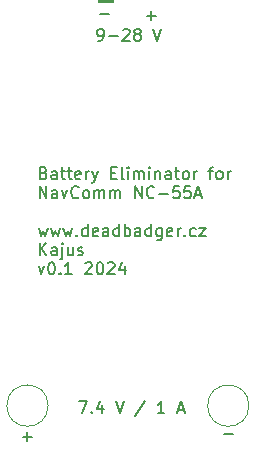
<source format=gto>
G04 #@! TF.GenerationSoftware,KiCad,Pcbnew,8.0.3*
G04 #@! TF.CreationDate,2024-08-26T20:18:44+02:00*
G04 #@! TF.ProjectId,battEliminator,62617474-456c-4696-9d69-6e61746f722e,0.1*
G04 #@! TF.SameCoordinates,Original*
G04 #@! TF.FileFunction,Legend,Top*
G04 #@! TF.FilePolarity,Positive*
%FSLAX46Y46*%
G04 Gerber Fmt 4.6, Leading zero omitted, Abs format (unit mm)*
G04 Created by KiCad (PCBNEW 8.0.3) date 2024-08-26 20:18:44*
%MOMM*%
%LPD*%
G01*
G04 APERTURE LIST*
G04 Aperture macros list*
%AMRoundRect*
0 Rectangle with rounded corners*
0 $1 Rounding radius*
0 $2 $3 $4 $5 $6 $7 $8 $9 X,Y pos of 4 corners*
0 Add a 4 corners polygon primitive as box body*
4,1,4,$2,$3,$4,$5,$6,$7,$8,$9,$2,$3,0*
0 Add four circle primitives for the rounded corners*
1,1,$1+$1,$2,$3*
1,1,$1+$1,$4,$5*
1,1,$1+$1,$6,$7*
1,1,$1+$1,$8,$9*
0 Add four rect primitives between the rounded corners*
20,1,$1+$1,$2,$3,$4,$5,0*
20,1,$1+$1,$4,$5,$6,$7,0*
20,1,$1+$1,$6,$7,$8,$9,0*
20,1,$1+$1,$8,$9,$2,$3,0*%
G04 Aperture macros list end*
%ADD10C,0.150000*%
%ADD11C,0.120000*%
%ADD12C,3.200000*%
%ADD13C,3.000000*%
%ADD14RoundRect,0.250000X-0.650000X-1.550000X0.650000X-1.550000X0.650000X1.550000X-0.650000X1.550000X0*%
%ADD15O,1.800000X3.600000*%
G04 APERTURE END LIST*
D10*
X125386779Y-96838866D02*
X126148684Y-96838866D01*
X123641541Y-129619819D02*
X124308207Y-129619819D01*
X124308207Y-129619819D02*
X123879636Y-130619819D01*
X124689160Y-130524580D02*
X124736779Y-130572200D01*
X124736779Y-130572200D02*
X124689160Y-130619819D01*
X124689160Y-130619819D02*
X124641541Y-130572200D01*
X124641541Y-130572200D02*
X124689160Y-130524580D01*
X124689160Y-130524580D02*
X124689160Y-130619819D01*
X125593921Y-129953152D02*
X125593921Y-130619819D01*
X125355826Y-129572200D02*
X125117731Y-130286485D01*
X125117731Y-130286485D02*
X125736778Y-130286485D01*
X126736779Y-129619819D02*
X127070112Y-130619819D01*
X127070112Y-130619819D02*
X127403445Y-129619819D01*
X129212969Y-129572200D02*
X128355827Y-130857914D01*
X130832017Y-130619819D02*
X130260589Y-130619819D01*
X130546303Y-130619819D02*
X130546303Y-129619819D01*
X130546303Y-129619819D02*
X130451065Y-129762676D01*
X130451065Y-129762676D02*
X130355827Y-129857914D01*
X130355827Y-129857914D02*
X130260589Y-129905533D01*
X131974875Y-130334104D02*
X132451065Y-130334104D01*
X131879637Y-130619819D02*
X132212970Y-129619819D01*
X132212970Y-129619819D02*
X132546303Y-130619819D01*
X129336779Y-96988866D02*
X130098684Y-96988866D01*
X129717731Y-97369819D02*
X129717731Y-96607914D01*
X125234398Y-99119819D02*
X125424874Y-99119819D01*
X125424874Y-99119819D02*
X125520112Y-99072200D01*
X125520112Y-99072200D02*
X125567731Y-99024580D01*
X125567731Y-99024580D02*
X125662969Y-98881723D01*
X125662969Y-98881723D02*
X125710588Y-98691247D01*
X125710588Y-98691247D02*
X125710588Y-98310295D01*
X125710588Y-98310295D02*
X125662969Y-98215057D01*
X125662969Y-98215057D02*
X125615350Y-98167438D01*
X125615350Y-98167438D02*
X125520112Y-98119819D01*
X125520112Y-98119819D02*
X125329636Y-98119819D01*
X125329636Y-98119819D02*
X125234398Y-98167438D01*
X125234398Y-98167438D02*
X125186779Y-98215057D01*
X125186779Y-98215057D02*
X125139160Y-98310295D01*
X125139160Y-98310295D02*
X125139160Y-98548390D01*
X125139160Y-98548390D02*
X125186779Y-98643628D01*
X125186779Y-98643628D02*
X125234398Y-98691247D01*
X125234398Y-98691247D02*
X125329636Y-98738866D01*
X125329636Y-98738866D02*
X125520112Y-98738866D01*
X125520112Y-98738866D02*
X125615350Y-98691247D01*
X125615350Y-98691247D02*
X125662969Y-98643628D01*
X125662969Y-98643628D02*
X125710588Y-98548390D01*
X126139160Y-98738866D02*
X126901065Y-98738866D01*
X127329636Y-98215057D02*
X127377255Y-98167438D01*
X127377255Y-98167438D02*
X127472493Y-98119819D01*
X127472493Y-98119819D02*
X127710588Y-98119819D01*
X127710588Y-98119819D02*
X127805826Y-98167438D01*
X127805826Y-98167438D02*
X127853445Y-98215057D01*
X127853445Y-98215057D02*
X127901064Y-98310295D01*
X127901064Y-98310295D02*
X127901064Y-98405533D01*
X127901064Y-98405533D02*
X127853445Y-98548390D01*
X127853445Y-98548390D02*
X127282017Y-99119819D01*
X127282017Y-99119819D02*
X127901064Y-99119819D01*
X128472493Y-98548390D02*
X128377255Y-98500771D01*
X128377255Y-98500771D02*
X128329636Y-98453152D01*
X128329636Y-98453152D02*
X128282017Y-98357914D01*
X128282017Y-98357914D02*
X128282017Y-98310295D01*
X128282017Y-98310295D02*
X128329636Y-98215057D01*
X128329636Y-98215057D02*
X128377255Y-98167438D01*
X128377255Y-98167438D02*
X128472493Y-98119819D01*
X128472493Y-98119819D02*
X128662969Y-98119819D01*
X128662969Y-98119819D02*
X128758207Y-98167438D01*
X128758207Y-98167438D02*
X128805826Y-98215057D01*
X128805826Y-98215057D02*
X128853445Y-98310295D01*
X128853445Y-98310295D02*
X128853445Y-98357914D01*
X128853445Y-98357914D02*
X128805826Y-98453152D01*
X128805826Y-98453152D02*
X128758207Y-98500771D01*
X128758207Y-98500771D02*
X128662969Y-98548390D01*
X128662969Y-98548390D02*
X128472493Y-98548390D01*
X128472493Y-98548390D02*
X128377255Y-98596009D01*
X128377255Y-98596009D02*
X128329636Y-98643628D01*
X128329636Y-98643628D02*
X128282017Y-98738866D01*
X128282017Y-98738866D02*
X128282017Y-98929342D01*
X128282017Y-98929342D02*
X128329636Y-99024580D01*
X128329636Y-99024580D02*
X128377255Y-99072200D01*
X128377255Y-99072200D02*
X128472493Y-99119819D01*
X128472493Y-99119819D02*
X128662969Y-99119819D01*
X128662969Y-99119819D02*
X128758207Y-99072200D01*
X128758207Y-99072200D02*
X128805826Y-99024580D01*
X128805826Y-99024580D02*
X128853445Y-98929342D01*
X128853445Y-98929342D02*
X128853445Y-98738866D01*
X128853445Y-98738866D02*
X128805826Y-98643628D01*
X128805826Y-98643628D02*
X128758207Y-98596009D01*
X128758207Y-98596009D02*
X128662969Y-98548390D01*
X129901065Y-98119819D02*
X130234398Y-99119819D01*
X130234398Y-99119819D02*
X130567731Y-98119819D01*
X119613220Y-132638866D02*
X118851316Y-132638866D01*
X119232268Y-133019819D02*
X119232268Y-132257914D01*
X120620112Y-110296289D02*
X120762969Y-110343908D01*
X120762969Y-110343908D02*
X120810588Y-110391527D01*
X120810588Y-110391527D02*
X120858207Y-110486765D01*
X120858207Y-110486765D02*
X120858207Y-110629622D01*
X120858207Y-110629622D02*
X120810588Y-110724860D01*
X120810588Y-110724860D02*
X120762969Y-110772480D01*
X120762969Y-110772480D02*
X120667731Y-110820099D01*
X120667731Y-110820099D02*
X120286779Y-110820099D01*
X120286779Y-110820099D02*
X120286779Y-109820099D01*
X120286779Y-109820099D02*
X120620112Y-109820099D01*
X120620112Y-109820099D02*
X120715350Y-109867718D01*
X120715350Y-109867718D02*
X120762969Y-109915337D01*
X120762969Y-109915337D02*
X120810588Y-110010575D01*
X120810588Y-110010575D02*
X120810588Y-110105813D01*
X120810588Y-110105813D02*
X120762969Y-110201051D01*
X120762969Y-110201051D02*
X120715350Y-110248670D01*
X120715350Y-110248670D02*
X120620112Y-110296289D01*
X120620112Y-110296289D02*
X120286779Y-110296289D01*
X121715350Y-110820099D02*
X121715350Y-110296289D01*
X121715350Y-110296289D02*
X121667731Y-110201051D01*
X121667731Y-110201051D02*
X121572493Y-110153432D01*
X121572493Y-110153432D02*
X121382017Y-110153432D01*
X121382017Y-110153432D02*
X121286779Y-110201051D01*
X121715350Y-110772480D02*
X121620112Y-110820099D01*
X121620112Y-110820099D02*
X121382017Y-110820099D01*
X121382017Y-110820099D02*
X121286779Y-110772480D01*
X121286779Y-110772480D02*
X121239160Y-110677241D01*
X121239160Y-110677241D02*
X121239160Y-110582003D01*
X121239160Y-110582003D02*
X121286779Y-110486765D01*
X121286779Y-110486765D02*
X121382017Y-110439146D01*
X121382017Y-110439146D02*
X121620112Y-110439146D01*
X121620112Y-110439146D02*
X121715350Y-110391527D01*
X122048684Y-110153432D02*
X122429636Y-110153432D01*
X122191541Y-109820099D02*
X122191541Y-110677241D01*
X122191541Y-110677241D02*
X122239160Y-110772480D01*
X122239160Y-110772480D02*
X122334398Y-110820099D01*
X122334398Y-110820099D02*
X122429636Y-110820099D01*
X122620113Y-110153432D02*
X123001065Y-110153432D01*
X122762970Y-109820099D02*
X122762970Y-110677241D01*
X122762970Y-110677241D02*
X122810589Y-110772480D01*
X122810589Y-110772480D02*
X122905827Y-110820099D01*
X122905827Y-110820099D02*
X123001065Y-110820099D01*
X123715351Y-110772480D02*
X123620113Y-110820099D01*
X123620113Y-110820099D02*
X123429637Y-110820099D01*
X123429637Y-110820099D02*
X123334399Y-110772480D01*
X123334399Y-110772480D02*
X123286780Y-110677241D01*
X123286780Y-110677241D02*
X123286780Y-110296289D01*
X123286780Y-110296289D02*
X123334399Y-110201051D01*
X123334399Y-110201051D02*
X123429637Y-110153432D01*
X123429637Y-110153432D02*
X123620113Y-110153432D01*
X123620113Y-110153432D02*
X123715351Y-110201051D01*
X123715351Y-110201051D02*
X123762970Y-110296289D01*
X123762970Y-110296289D02*
X123762970Y-110391527D01*
X123762970Y-110391527D02*
X123286780Y-110486765D01*
X124191542Y-110820099D02*
X124191542Y-110153432D01*
X124191542Y-110343908D02*
X124239161Y-110248670D01*
X124239161Y-110248670D02*
X124286780Y-110201051D01*
X124286780Y-110201051D02*
X124382018Y-110153432D01*
X124382018Y-110153432D02*
X124477256Y-110153432D01*
X124715352Y-110153432D02*
X124953447Y-110820099D01*
X125191542Y-110153432D02*
X124953447Y-110820099D01*
X124953447Y-110820099D02*
X124858209Y-111058194D01*
X124858209Y-111058194D02*
X124810590Y-111105813D01*
X124810590Y-111105813D02*
X124715352Y-111153432D01*
X126334400Y-110296289D02*
X126667733Y-110296289D01*
X126810590Y-110820099D02*
X126334400Y-110820099D01*
X126334400Y-110820099D02*
X126334400Y-109820099D01*
X126334400Y-109820099D02*
X126810590Y-109820099D01*
X127382019Y-110820099D02*
X127286781Y-110772480D01*
X127286781Y-110772480D02*
X127239162Y-110677241D01*
X127239162Y-110677241D02*
X127239162Y-109820099D01*
X127762972Y-110820099D02*
X127762972Y-110153432D01*
X127762972Y-109820099D02*
X127715353Y-109867718D01*
X127715353Y-109867718D02*
X127762972Y-109915337D01*
X127762972Y-109915337D02*
X127810591Y-109867718D01*
X127810591Y-109867718D02*
X127762972Y-109820099D01*
X127762972Y-109820099D02*
X127762972Y-109915337D01*
X128239162Y-110820099D02*
X128239162Y-110153432D01*
X128239162Y-110248670D02*
X128286781Y-110201051D01*
X128286781Y-110201051D02*
X128382019Y-110153432D01*
X128382019Y-110153432D02*
X128524876Y-110153432D01*
X128524876Y-110153432D02*
X128620114Y-110201051D01*
X128620114Y-110201051D02*
X128667733Y-110296289D01*
X128667733Y-110296289D02*
X128667733Y-110820099D01*
X128667733Y-110296289D02*
X128715352Y-110201051D01*
X128715352Y-110201051D02*
X128810590Y-110153432D01*
X128810590Y-110153432D02*
X128953447Y-110153432D01*
X128953447Y-110153432D02*
X129048686Y-110201051D01*
X129048686Y-110201051D02*
X129096305Y-110296289D01*
X129096305Y-110296289D02*
X129096305Y-110820099D01*
X129572495Y-110820099D02*
X129572495Y-110153432D01*
X129572495Y-109820099D02*
X129524876Y-109867718D01*
X129524876Y-109867718D02*
X129572495Y-109915337D01*
X129572495Y-109915337D02*
X129620114Y-109867718D01*
X129620114Y-109867718D02*
X129572495Y-109820099D01*
X129572495Y-109820099D02*
X129572495Y-109915337D01*
X130048685Y-110153432D02*
X130048685Y-110820099D01*
X130048685Y-110248670D02*
X130096304Y-110201051D01*
X130096304Y-110201051D02*
X130191542Y-110153432D01*
X130191542Y-110153432D02*
X130334399Y-110153432D01*
X130334399Y-110153432D02*
X130429637Y-110201051D01*
X130429637Y-110201051D02*
X130477256Y-110296289D01*
X130477256Y-110296289D02*
X130477256Y-110820099D01*
X131382018Y-110820099D02*
X131382018Y-110296289D01*
X131382018Y-110296289D02*
X131334399Y-110201051D01*
X131334399Y-110201051D02*
X131239161Y-110153432D01*
X131239161Y-110153432D02*
X131048685Y-110153432D01*
X131048685Y-110153432D02*
X130953447Y-110201051D01*
X131382018Y-110772480D02*
X131286780Y-110820099D01*
X131286780Y-110820099D02*
X131048685Y-110820099D01*
X131048685Y-110820099D02*
X130953447Y-110772480D01*
X130953447Y-110772480D02*
X130905828Y-110677241D01*
X130905828Y-110677241D02*
X130905828Y-110582003D01*
X130905828Y-110582003D02*
X130953447Y-110486765D01*
X130953447Y-110486765D02*
X131048685Y-110439146D01*
X131048685Y-110439146D02*
X131286780Y-110439146D01*
X131286780Y-110439146D02*
X131382018Y-110391527D01*
X131715352Y-110153432D02*
X132096304Y-110153432D01*
X131858209Y-109820099D02*
X131858209Y-110677241D01*
X131858209Y-110677241D02*
X131905828Y-110772480D01*
X131905828Y-110772480D02*
X132001066Y-110820099D01*
X132001066Y-110820099D02*
X132096304Y-110820099D01*
X132572495Y-110820099D02*
X132477257Y-110772480D01*
X132477257Y-110772480D02*
X132429638Y-110724860D01*
X132429638Y-110724860D02*
X132382019Y-110629622D01*
X132382019Y-110629622D02*
X132382019Y-110343908D01*
X132382019Y-110343908D02*
X132429638Y-110248670D01*
X132429638Y-110248670D02*
X132477257Y-110201051D01*
X132477257Y-110201051D02*
X132572495Y-110153432D01*
X132572495Y-110153432D02*
X132715352Y-110153432D01*
X132715352Y-110153432D02*
X132810590Y-110201051D01*
X132810590Y-110201051D02*
X132858209Y-110248670D01*
X132858209Y-110248670D02*
X132905828Y-110343908D01*
X132905828Y-110343908D02*
X132905828Y-110629622D01*
X132905828Y-110629622D02*
X132858209Y-110724860D01*
X132858209Y-110724860D02*
X132810590Y-110772480D01*
X132810590Y-110772480D02*
X132715352Y-110820099D01*
X132715352Y-110820099D02*
X132572495Y-110820099D01*
X133334400Y-110820099D02*
X133334400Y-110153432D01*
X133334400Y-110343908D02*
X133382019Y-110248670D01*
X133382019Y-110248670D02*
X133429638Y-110201051D01*
X133429638Y-110201051D02*
X133524876Y-110153432D01*
X133524876Y-110153432D02*
X133620114Y-110153432D01*
X134572496Y-110153432D02*
X134953448Y-110153432D01*
X134715353Y-110820099D02*
X134715353Y-109962956D01*
X134715353Y-109962956D02*
X134762972Y-109867718D01*
X134762972Y-109867718D02*
X134858210Y-109820099D01*
X134858210Y-109820099D02*
X134953448Y-109820099D01*
X135429639Y-110820099D02*
X135334401Y-110772480D01*
X135334401Y-110772480D02*
X135286782Y-110724860D01*
X135286782Y-110724860D02*
X135239163Y-110629622D01*
X135239163Y-110629622D02*
X135239163Y-110343908D01*
X135239163Y-110343908D02*
X135286782Y-110248670D01*
X135286782Y-110248670D02*
X135334401Y-110201051D01*
X135334401Y-110201051D02*
X135429639Y-110153432D01*
X135429639Y-110153432D02*
X135572496Y-110153432D01*
X135572496Y-110153432D02*
X135667734Y-110201051D01*
X135667734Y-110201051D02*
X135715353Y-110248670D01*
X135715353Y-110248670D02*
X135762972Y-110343908D01*
X135762972Y-110343908D02*
X135762972Y-110629622D01*
X135762972Y-110629622D02*
X135715353Y-110724860D01*
X135715353Y-110724860D02*
X135667734Y-110772480D01*
X135667734Y-110772480D02*
X135572496Y-110820099D01*
X135572496Y-110820099D02*
X135429639Y-110820099D01*
X136191544Y-110820099D02*
X136191544Y-110153432D01*
X136191544Y-110343908D02*
X136239163Y-110248670D01*
X136239163Y-110248670D02*
X136286782Y-110201051D01*
X136286782Y-110201051D02*
X136382020Y-110153432D01*
X136382020Y-110153432D02*
X136477258Y-110153432D01*
X120286779Y-112430043D02*
X120286779Y-111430043D01*
X120286779Y-111430043D02*
X120858207Y-112430043D01*
X120858207Y-112430043D02*
X120858207Y-111430043D01*
X121762969Y-112430043D02*
X121762969Y-111906233D01*
X121762969Y-111906233D02*
X121715350Y-111810995D01*
X121715350Y-111810995D02*
X121620112Y-111763376D01*
X121620112Y-111763376D02*
X121429636Y-111763376D01*
X121429636Y-111763376D02*
X121334398Y-111810995D01*
X121762969Y-112382424D02*
X121667731Y-112430043D01*
X121667731Y-112430043D02*
X121429636Y-112430043D01*
X121429636Y-112430043D02*
X121334398Y-112382424D01*
X121334398Y-112382424D02*
X121286779Y-112287185D01*
X121286779Y-112287185D02*
X121286779Y-112191947D01*
X121286779Y-112191947D02*
X121334398Y-112096709D01*
X121334398Y-112096709D02*
X121429636Y-112049090D01*
X121429636Y-112049090D02*
X121667731Y-112049090D01*
X121667731Y-112049090D02*
X121762969Y-112001471D01*
X122143922Y-111763376D02*
X122382017Y-112430043D01*
X122382017Y-112430043D02*
X122620112Y-111763376D01*
X123572493Y-112334804D02*
X123524874Y-112382424D01*
X123524874Y-112382424D02*
X123382017Y-112430043D01*
X123382017Y-112430043D02*
X123286779Y-112430043D01*
X123286779Y-112430043D02*
X123143922Y-112382424D01*
X123143922Y-112382424D02*
X123048684Y-112287185D01*
X123048684Y-112287185D02*
X123001065Y-112191947D01*
X123001065Y-112191947D02*
X122953446Y-112001471D01*
X122953446Y-112001471D02*
X122953446Y-111858614D01*
X122953446Y-111858614D02*
X123001065Y-111668138D01*
X123001065Y-111668138D02*
X123048684Y-111572900D01*
X123048684Y-111572900D02*
X123143922Y-111477662D01*
X123143922Y-111477662D02*
X123286779Y-111430043D01*
X123286779Y-111430043D02*
X123382017Y-111430043D01*
X123382017Y-111430043D02*
X123524874Y-111477662D01*
X123524874Y-111477662D02*
X123572493Y-111525281D01*
X124143922Y-112430043D02*
X124048684Y-112382424D01*
X124048684Y-112382424D02*
X124001065Y-112334804D01*
X124001065Y-112334804D02*
X123953446Y-112239566D01*
X123953446Y-112239566D02*
X123953446Y-111953852D01*
X123953446Y-111953852D02*
X124001065Y-111858614D01*
X124001065Y-111858614D02*
X124048684Y-111810995D01*
X124048684Y-111810995D02*
X124143922Y-111763376D01*
X124143922Y-111763376D02*
X124286779Y-111763376D01*
X124286779Y-111763376D02*
X124382017Y-111810995D01*
X124382017Y-111810995D02*
X124429636Y-111858614D01*
X124429636Y-111858614D02*
X124477255Y-111953852D01*
X124477255Y-111953852D02*
X124477255Y-112239566D01*
X124477255Y-112239566D02*
X124429636Y-112334804D01*
X124429636Y-112334804D02*
X124382017Y-112382424D01*
X124382017Y-112382424D02*
X124286779Y-112430043D01*
X124286779Y-112430043D02*
X124143922Y-112430043D01*
X124905827Y-112430043D02*
X124905827Y-111763376D01*
X124905827Y-111858614D02*
X124953446Y-111810995D01*
X124953446Y-111810995D02*
X125048684Y-111763376D01*
X125048684Y-111763376D02*
X125191541Y-111763376D01*
X125191541Y-111763376D02*
X125286779Y-111810995D01*
X125286779Y-111810995D02*
X125334398Y-111906233D01*
X125334398Y-111906233D02*
X125334398Y-112430043D01*
X125334398Y-111906233D02*
X125382017Y-111810995D01*
X125382017Y-111810995D02*
X125477255Y-111763376D01*
X125477255Y-111763376D02*
X125620112Y-111763376D01*
X125620112Y-111763376D02*
X125715351Y-111810995D01*
X125715351Y-111810995D02*
X125762970Y-111906233D01*
X125762970Y-111906233D02*
X125762970Y-112430043D01*
X126239160Y-112430043D02*
X126239160Y-111763376D01*
X126239160Y-111858614D02*
X126286779Y-111810995D01*
X126286779Y-111810995D02*
X126382017Y-111763376D01*
X126382017Y-111763376D02*
X126524874Y-111763376D01*
X126524874Y-111763376D02*
X126620112Y-111810995D01*
X126620112Y-111810995D02*
X126667731Y-111906233D01*
X126667731Y-111906233D02*
X126667731Y-112430043D01*
X126667731Y-111906233D02*
X126715350Y-111810995D01*
X126715350Y-111810995D02*
X126810588Y-111763376D01*
X126810588Y-111763376D02*
X126953445Y-111763376D01*
X126953445Y-111763376D02*
X127048684Y-111810995D01*
X127048684Y-111810995D02*
X127096303Y-111906233D01*
X127096303Y-111906233D02*
X127096303Y-112430043D01*
X128334398Y-112430043D02*
X128334398Y-111430043D01*
X128334398Y-111430043D02*
X128905826Y-112430043D01*
X128905826Y-112430043D02*
X128905826Y-111430043D01*
X129953445Y-112334804D02*
X129905826Y-112382424D01*
X129905826Y-112382424D02*
X129762969Y-112430043D01*
X129762969Y-112430043D02*
X129667731Y-112430043D01*
X129667731Y-112430043D02*
X129524874Y-112382424D01*
X129524874Y-112382424D02*
X129429636Y-112287185D01*
X129429636Y-112287185D02*
X129382017Y-112191947D01*
X129382017Y-112191947D02*
X129334398Y-112001471D01*
X129334398Y-112001471D02*
X129334398Y-111858614D01*
X129334398Y-111858614D02*
X129382017Y-111668138D01*
X129382017Y-111668138D02*
X129429636Y-111572900D01*
X129429636Y-111572900D02*
X129524874Y-111477662D01*
X129524874Y-111477662D02*
X129667731Y-111430043D01*
X129667731Y-111430043D02*
X129762969Y-111430043D01*
X129762969Y-111430043D02*
X129905826Y-111477662D01*
X129905826Y-111477662D02*
X129953445Y-111525281D01*
X130382017Y-112049090D02*
X131143922Y-112049090D01*
X132096302Y-111430043D02*
X131620112Y-111430043D01*
X131620112Y-111430043D02*
X131572493Y-111906233D01*
X131572493Y-111906233D02*
X131620112Y-111858614D01*
X131620112Y-111858614D02*
X131715350Y-111810995D01*
X131715350Y-111810995D02*
X131953445Y-111810995D01*
X131953445Y-111810995D02*
X132048683Y-111858614D01*
X132048683Y-111858614D02*
X132096302Y-111906233D01*
X132096302Y-111906233D02*
X132143921Y-112001471D01*
X132143921Y-112001471D02*
X132143921Y-112239566D01*
X132143921Y-112239566D02*
X132096302Y-112334804D01*
X132096302Y-112334804D02*
X132048683Y-112382424D01*
X132048683Y-112382424D02*
X131953445Y-112430043D01*
X131953445Y-112430043D02*
X131715350Y-112430043D01*
X131715350Y-112430043D02*
X131620112Y-112382424D01*
X131620112Y-112382424D02*
X131572493Y-112334804D01*
X133048683Y-111430043D02*
X132572493Y-111430043D01*
X132572493Y-111430043D02*
X132524874Y-111906233D01*
X132524874Y-111906233D02*
X132572493Y-111858614D01*
X132572493Y-111858614D02*
X132667731Y-111810995D01*
X132667731Y-111810995D02*
X132905826Y-111810995D01*
X132905826Y-111810995D02*
X133001064Y-111858614D01*
X133001064Y-111858614D02*
X133048683Y-111906233D01*
X133048683Y-111906233D02*
X133096302Y-112001471D01*
X133096302Y-112001471D02*
X133096302Y-112239566D01*
X133096302Y-112239566D02*
X133048683Y-112334804D01*
X133048683Y-112334804D02*
X133001064Y-112382424D01*
X133001064Y-112382424D02*
X132905826Y-112430043D01*
X132905826Y-112430043D02*
X132667731Y-112430043D01*
X132667731Y-112430043D02*
X132572493Y-112382424D01*
X132572493Y-112382424D02*
X132524874Y-112334804D01*
X133477255Y-112144328D02*
X133953445Y-112144328D01*
X133382017Y-112430043D02*
X133715350Y-111430043D01*
X133715350Y-111430043D02*
X134048683Y-112430043D01*
X120191541Y-114983264D02*
X120382017Y-115649931D01*
X120382017Y-115649931D02*
X120572493Y-115173740D01*
X120572493Y-115173740D02*
X120762969Y-115649931D01*
X120762969Y-115649931D02*
X120953445Y-114983264D01*
X121239160Y-114983264D02*
X121429636Y-115649931D01*
X121429636Y-115649931D02*
X121620112Y-115173740D01*
X121620112Y-115173740D02*
X121810588Y-115649931D01*
X121810588Y-115649931D02*
X122001064Y-114983264D01*
X122286779Y-114983264D02*
X122477255Y-115649931D01*
X122477255Y-115649931D02*
X122667731Y-115173740D01*
X122667731Y-115173740D02*
X122858207Y-115649931D01*
X122858207Y-115649931D02*
X123048683Y-114983264D01*
X123429636Y-115554692D02*
X123477255Y-115602312D01*
X123477255Y-115602312D02*
X123429636Y-115649931D01*
X123429636Y-115649931D02*
X123382017Y-115602312D01*
X123382017Y-115602312D02*
X123429636Y-115554692D01*
X123429636Y-115554692D02*
X123429636Y-115649931D01*
X124334397Y-115649931D02*
X124334397Y-114649931D01*
X124334397Y-115602312D02*
X124239159Y-115649931D01*
X124239159Y-115649931D02*
X124048683Y-115649931D01*
X124048683Y-115649931D02*
X123953445Y-115602312D01*
X123953445Y-115602312D02*
X123905826Y-115554692D01*
X123905826Y-115554692D02*
X123858207Y-115459454D01*
X123858207Y-115459454D02*
X123858207Y-115173740D01*
X123858207Y-115173740D02*
X123905826Y-115078502D01*
X123905826Y-115078502D02*
X123953445Y-115030883D01*
X123953445Y-115030883D02*
X124048683Y-114983264D01*
X124048683Y-114983264D02*
X124239159Y-114983264D01*
X124239159Y-114983264D02*
X124334397Y-115030883D01*
X125191540Y-115602312D02*
X125096302Y-115649931D01*
X125096302Y-115649931D02*
X124905826Y-115649931D01*
X124905826Y-115649931D02*
X124810588Y-115602312D01*
X124810588Y-115602312D02*
X124762969Y-115507073D01*
X124762969Y-115507073D02*
X124762969Y-115126121D01*
X124762969Y-115126121D02*
X124810588Y-115030883D01*
X124810588Y-115030883D02*
X124905826Y-114983264D01*
X124905826Y-114983264D02*
X125096302Y-114983264D01*
X125096302Y-114983264D02*
X125191540Y-115030883D01*
X125191540Y-115030883D02*
X125239159Y-115126121D01*
X125239159Y-115126121D02*
X125239159Y-115221359D01*
X125239159Y-115221359D02*
X124762969Y-115316597D01*
X126096302Y-115649931D02*
X126096302Y-115126121D01*
X126096302Y-115126121D02*
X126048683Y-115030883D01*
X126048683Y-115030883D02*
X125953445Y-114983264D01*
X125953445Y-114983264D02*
X125762969Y-114983264D01*
X125762969Y-114983264D02*
X125667731Y-115030883D01*
X126096302Y-115602312D02*
X126001064Y-115649931D01*
X126001064Y-115649931D02*
X125762969Y-115649931D01*
X125762969Y-115649931D02*
X125667731Y-115602312D01*
X125667731Y-115602312D02*
X125620112Y-115507073D01*
X125620112Y-115507073D02*
X125620112Y-115411835D01*
X125620112Y-115411835D02*
X125667731Y-115316597D01*
X125667731Y-115316597D02*
X125762969Y-115268978D01*
X125762969Y-115268978D02*
X126001064Y-115268978D01*
X126001064Y-115268978D02*
X126096302Y-115221359D01*
X127001064Y-115649931D02*
X127001064Y-114649931D01*
X127001064Y-115602312D02*
X126905826Y-115649931D01*
X126905826Y-115649931D02*
X126715350Y-115649931D01*
X126715350Y-115649931D02*
X126620112Y-115602312D01*
X126620112Y-115602312D02*
X126572493Y-115554692D01*
X126572493Y-115554692D02*
X126524874Y-115459454D01*
X126524874Y-115459454D02*
X126524874Y-115173740D01*
X126524874Y-115173740D02*
X126572493Y-115078502D01*
X126572493Y-115078502D02*
X126620112Y-115030883D01*
X126620112Y-115030883D02*
X126715350Y-114983264D01*
X126715350Y-114983264D02*
X126905826Y-114983264D01*
X126905826Y-114983264D02*
X127001064Y-115030883D01*
X127477255Y-115649931D02*
X127477255Y-114649931D01*
X127477255Y-115030883D02*
X127572493Y-114983264D01*
X127572493Y-114983264D02*
X127762969Y-114983264D01*
X127762969Y-114983264D02*
X127858207Y-115030883D01*
X127858207Y-115030883D02*
X127905826Y-115078502D01*
X127905826Y-115078502D02*
X127953445Y-115173740D01*
X127953445Y-115173740D02*
X127953445Y-115459454D01*
X127953445Y-115459454D02*
X127905826Y-115554692D01*
X127905826Y-115554692D02*
X127858207Y-115602312D01*
X127858207Y-115602312D02*
X127762969Y-115649931D01*
X127762969Y-115649931D02*
X127572493Y-115649931D01*
X127572493Y-115649931D02*
X127477255Y-115602312D01*
X128810588Y-115649931D02*
X128810588Y-115126121D01*
X128810588Y-115126121D02*
X128762969Y-115030883D01*
X128762969Y-115030883D02*
X128667731Y-114983264D01*
X128667731Y-114983264D02*
X128477255Y-114983264D01*
X128477255Y-114983264D02*
X128382017Y-115030883D01*
X128810588Y-115602312D02*
X128715350Y-115649931D01*
X128715350Y-115649931D02*
X128477255Y-115649931D01*
X128477255Y-115649931D02*
X128382017Y-115602312D01*
X128382017Y-115602312D02*
X128334398Y-115507073D01*
X128334398Y-115507073D02*
X128334398Y-115411835D01*
X128334398Y-115411835D02*
X128382017Y-115316597D01*
X128382017Y-115316597D02*
X128477255Y-115268978D01*
X128477255Y-115268978D02*
X128715350Y-115268978D01*
X128715350Y-115268978D02*
X128810588Y-115221359D01*
X129715350Y-115649931D02*
X129715350Y-114649931D01*
X129715350Y-115602312D02*
X129620112Y-115649931D01*
X129620112Y-115649931D02*
X129429636Y-115649931D01*
X129429636Y-115649931D02*
X129334398Y-115602312D01*
X129334398Y-115602312D02*
X129286779Y-115554692D01*
X129286779Y-115554692D02*
X129239160Y-115459454D01*
X129239160Y-115459454D02*
X129239160Y-115173740D01*
X129239160Y-115173740D02*
X129286779Y-115078502D01*
X129286779Y-115078502D02*
X129334398Y-115030883D01*
X129334398Y-115030883D02*
X129429636Y-114983264D01*
X129429636Y-114983264D02*
X129620112Y-114983264D01*
X129620112Y-114983264D02*
X129715350Y-115030883D01*
X130620112Y-114983264D02*
X130620112Y-115792788D01*
X130620112Y-115792788D02*
X130572493Y-115888026D01*
X130572493Y-115888026D02*
X130524874Y-115935645D01*
X130524874Y-115935645D02*
X130429636Y-115983264D01*
X130429636Y-115983264D02*
X130286779Y-115983264D01*
X130286779Y-115983264D02*
X130191541Y-115935645D01*
X130620112Y-115602312D02*
X130524874Y-115649931D01*
X130524874Y-115649931D02*
X130334398Y-115649931D01*
X130334398Y-115649931D02*
X130239160Y-115602312D01*
X130239160Y-115602312D02*
X130191541Y-115554692D01*
X130191541Y-115554692D02*
X130143922Y-115459454D01*
X130143922Y-115459454D02*
X130143922Y-115173740D01*
X130143922Y-115173740D02*
X130191541Y-115078502D01*
X130191541Y-115078502D02*
X130239160Y-115030883D01*
X130239160Y-115030883D02*
X130334398Y-114983264D01*
X130334398Y-114983264D02*
X130524874Y-114983264D01*
X130524874Y-114983264D02*
X130620112Y-115030883D01*
X131477255Y-115602312D02*
X131382017Y-115649931D01*
X131382017Y-115649931D02*
X131191541Y-115649931D01*
X131191541Y-115649931D02*
X131096303Y-115602312D01*
X131096303Y-115602312D02*
X131048684Y-115507073D01*
X131048684Y-115507073D02*
X131048684Y-115126121D01*
X131048684Y-115126121D02*
X131096303Y-115030883D01*
X131096303Y-115030883D02*
X131191541Y-114983264D01*
X131191541Y-114983264D02*
X131382017Y-114983264D01*
X131382017Y-114983264D02*
X131477255Y-115030883D01*
X131477255Y-115030883D02*
X131524874Y-115126121D01*
X131524874Y-115126121D02*
X131524874Y-115221359D01*
X131524874Y-115221359D02*
X131048684Y-115316597D01*
X131953446Y-115649931D02*
X131953446Y-114983264D01*
X131953446Y-115173740D02*
X132001065Y-115078502D01*
X132001065Y-115078502D02*
X132048684Y-115030883D01*
X132048684Y-115030883D02*
X132143922Y-114983264D01*
X132143922Y-114983264D02*
X132239160Y-114983264D01*
X132572494Y-115554692D02*
X132620113Y-115602312D01*
X132620113Y-115602312D02*
X132572494Y-115649931D01*
X132572494Y-115649931D02*
X132524875Y-115602312D01*
X132524875Y-115602312D02*
X132572494Y-115554692D01*
X132572494Y-115554692D02*
X132572494Y-115649931D01*
X133477255Y-115602312D02*
X133382017Y-115649931D01*
X133382017Y-115649931D02*
X133191541Y-115649931D01*
X133191541Y-115649931D02*
X133096303Y-115602312D01*
X133096303Y-115602312D02*
X133048684Y-115554692D01*
X133048684Y-115554692D02*
X133001065Y-115459454D01*
X133001065Y-115459454D02*
X133001065Y-115173740D01*
X133001065Y-115173740D02*
X133048684Y-115078502D01*
X133048684Y-115078502D02*
X133096303Y-115030883D01*
X133096303Y-115030883D02*
X133191541Y-114983264D01*
X133191541Y-114983264D02*
X133382017Y-114983264D01*
X133382017Y-114983264D02*
X133477255Y-115030883D01*
X133810589Y-114983264D02*
X134334398Y-114983264D01*
X134334398Y-114983264D02*
X133810589Y-115649931D01*
X133810589Y-115649931D02*
X134334398Y-115649931D01*
X120286779Y-117259875D02*
X120286779Y-116259875D01*
X120858207Y-117259875D02*
X120429636Y-116688446D01*
X120858207Y-116259875D02*
X120286779Y-116831303D01*
X121715350Y-117259875D02*
X121715350Y-116736065D01*
X121715350Y-116736065D02*
X121667731Y-116640827D01*
X121667731Y-116640827D02*
X121572493Y-116593208D01*
X121572493Y-116593208D02*
X121382017Y-116593208D01*
X121382017Y-116593208D02*
X121286779Y-116640827D01*
X121715350Y-117212256D02*
X121620112Y-117259875D01*
X121620112Y-117259875D02*
X121382017Y-117259875D01*
X121382017Y-117259875D02*
X121286779Y-117212256D01*
X121286779Y-117212256D02*
X121239160Y-117117017D01*
X121239160Y-117117017D02*
X121239160Y-117021779D01*
X121239160Y-117021779D02*
X121286779Y-116926541D01*
X121286779Y-116926541D02*
X121382017Y-116878922D01*
X121382017Y-116878922D02*
X121620112Y-116878922D01*
X121620112Y-116878922D02*
X121715350Y-116831303D01*
X122191541Y-116593208D02*
X122191541Y-117450351D01*
X122191541Y-117450351D02*
X122143922Y-117545589D01*
X122143922Y-117545589D02*
X122048684Y-117593208D01*
X122048684Y-117593208D02*
X122001065Y-117593208D01*
X122191541Y-116259875D02*
X122143922Y-116307494D01*
X122143922Y-116307494D02*
X122191541Y-116355113D01*
X122191541Y-116355113D02*
X122239160Y-116307494D01*
X122239160Y-116307494D02*
X122191541Y-116259875D01*
X122191541Y-116259875D02*
X122191541Y-116355113D01*
X123096302Y-116593208D02*
X123096302Y-117259875D01*
X122667731Y-116593208D02*
X122667731Y-117117017D01*
X122667731Y-117117017D02*
X122715350Y-117212256D01*
X122715350Y-117212256D02*
X122810588Y-117259875D01*
X122810588Y-117259875D02*
X122953445Y-117259875D01*
X122953445Y-117259875D02*
X123048683Y-117212256D01*
X123048683Y-117212256D02*
X123096302Y-117164636D01*
X123524874Y-117212256D02*
X123620112Y-117259875D01*
X123620112Y-117259875D02*
X123810588Y-117259875D01*
X123810588Y-117259875D02*
X123905826Y-117212256D01*
X123905826Y-117212256D02*
X123953445Y-117117017D01*
X123953445Y-117117017D02*
X123953445Y-117069398D01*
X123953445Y-117069398D02*
X123905826Y-116974160D01*
X123905826Y-116974160D02*
X123810588Y-116926541D01*
X123810588Y-116926541D02*
X123667731Y-116926541D01*
X123667731Y-116926541D02*
X123572493Y-116878922D01*
X123572493Y-116878922D02*
X123524874Y-116783684D01*
X123524874Y-116783684D02*
X123524874Y-116736065D01*
X123524874Y-116736065D02*
X123572493Y-116640827D01*
X123572493Y-116640827D02*
X123667731Y-116593208D01*
X123667731Y-116593208D02*
X123810588Y-116593208D01*
X123810588Y-116593208D02*
X123905826Y-116640827D01*
X120191541Y-118203152D02*
X120429636Y-118869819D01*
X120429636Y-118869819D02*
X120667731Y-118203152D01*
X121239160Y-117869819D02*
X121334398Y-117869819D01*
X121334398Y-117869819D02*
X121429636Y-117917438D01*
X121429636Y-117917438D02*
X121477255Y-117965057D01*
X121477255Y-117965057D02*
X121524874Y-118060295D01*
X121524874Y-118060295D02*
X121572493Y-118250771D01*
X121572493Y-118250771D02*
X121572493Y-118488866D01*
X121572493Y-118488866D02*
X121524874Y-118679342D01*
X121524874Y-118679342D02*
X121477255Y-118774580D01*
X121477255Y-118774580D02*
X121429636Y-118822200D01*
X121429636Y-118822200D02*
X121334398Y-118869819D01*
X121334398Y-118869819D02*
X121239160Y-118869819D01*
X121239160Y-118869819D02*
X121143922Y-118822200D01*
X121143922Y-118822200D02*
X121096303Y-118774580D01*
X121096303Y-118774580D02*
X121048684Y-118679342D01*
X121048684Y-118679342D02*
X121001065Y-118488866D01*
X121001065Y-118488866D02*
X121001065Y-118250771D01*
X121001065Y-118250771D02*
X121048684Y-118060295D01*
X121048684Y-118060295D02*
X121096303Y-117965057D01*
X121096303Y-117965057D02*
X121143922Y-117917438D01*
X121143922Y-117917438D02*
X121239160Y-117869819D01*
X122001065Y-118774580D02*
X122048684Y-118822200D01*
X122048684Y-118822200D02*
X122001065Y-118869819D01*
X122001065Y-118869819D02*
X121953446Y-118822200D01*
X121953446Y-118822200D02*
X122001065Y-118774580D01*
X122001065Y-118774580D02*
X122001065Y-118869819D01*
X123001064Y-118869819D02*
X122429636Y-118869819D01*
X122715350Y-118869819D02*
X122715350Y-117869819D01*
X122715350Y-117869819D02*
X122620112Y-118012676D01*
X122620112Y-118012676D02*
X122524874Y-118107914D01*
X122524874Y-118107914D02*
X122429636Y-118155533D01*
X124143922Y-117965057D02*
X124191541Y-117917438D01*
X124191541Y-117917438D02*
X124286779Y-117869819D01*
X124286779Y-117869819D02*
X124524874Y-117869819D01*
X124524874Y-117869819D02*
X124620112Y-117917438D01*
X124620112Y-117917438D02*
X124667731Y-117965057D01*
X124667731Y-117965057D02*
X124715350Y-118060295D01*
X124715350Y-118060295D02*
X124715350Y-118155533D01*
X124715350Y-118155533D02*
X124667731Y-118298390D01*
X124667731Y-118298390D02*
X124096303Y-118869819D01*
X124096303Y-118869819D02*
X124715350Y-118869819D01*
X125334398Y-117869819D02*
X125429636Y-117869819D01*
X125429636Y-117869819D02*
X125524874Y-117917438D01*
X125524874Y-117917438D02*
X125572493Y-117965057D01*
X125572493Y-117965057D02*
X125620112Y-118060295D01*
X125620112Y-118060295D02*
X125667731Y-118250771D01*
X125667731Y-118250771D02*
X125667731Y-118488866D01*
X125667731Y-118488866D02*
X125620112Y-118679342D01*
X125620112Y-118679342D02*
X125572493Y-118774580D01*
X125572493Y-118774580D02*
X125524874Y-118822200D01*
X125524874Y-118822200D02*
X125429636Y-118869819D01*
X125429636Y-118869819D02*
X125334398Y-118869819D01*
X125334398Y-118869819D02*
X125239160Y-118822200D01*
X125239160Y-118822200D02*
X125191541Y-118774580D01*
X125191541Y-118774580D02*
X125143922Y-118679342D01*
X125143922Y-118679342D02*
X125096303Y-118488866D01*
X125096303Y-118488866D02*
X125096303Y-118250771D01*
X125096303Y-118250771D02*
X125143922Y-118060295D01*
X125143922Y-118060295D02*
X125191541Y-117965057D01*
X125191541Y-117965057D02*
X125239160Y-117917438D01*
X125239160Y-117917438D02*
X125334398Y-117869819D01*
X126048684Y-117965057D02*
X126096303Y-117917438D01*
X126096303Y-117917438D02*
X126191541Y-117869819D01*
X126191541Y-117869819D02*
X126429636Y-117869819D01*
X126429636Y-117869819D02*
X126524874Y-117917438D01*
X126524874Y-117917438D02*
X126572493Y-117965057D01*
X126572493Y-117965057D02*
X126620112Y-118060295D01*
X126620112Y-118060295D02*
X126620112Y-118155533D01*
X126620112Y-118155533D02*
X126572493Y-118298390D01*
X126572493Y-118298390D02*
X126001065Y-118869819D01*
X126001065Y-118869819D02*
X126620112Y-118869819D01*
X127477255Y-118203152D02*
X127477255Y-118869819D01*
X127239160Y-117822200D02*
X127001065Y-118536485D01*
X127001065Y-118536485D02*
X127620112Y-118536485D01*
X136613220Y-132438866D02*
X135851316Y-132438866D01*
D11*
X138000000Y-130000000D02*
G75*
G02*
X134500000Y-130000000I-1750000J0D01*
G01*
X134500000Y-130000000D02*
G75*
G02*
X138000000Y-130000000I1750000J0D01*
G01*
X121000000Y-130000000D02*
G75*
G02*
X117500000Y-130000000I-1750000J0D01*
G01*
X117500000Y-130000000D02*
G75*
G02*
X121000000Y-130000000I1750000J0D01*
G01*
%LPC*%
D12*
X115500000Y-90000000D03*
X140000000Y-90000000D03*
X140000000Y-141500000D03*
X115500000Y-141500000D03*
D13*
X136250000Y-130000000D03*
X119250000Y-130000000D03*
D14*
X125862500Y-94157500D03*
D15*
X129672500Y-94157500D03*
%LPD*%
M02*

</source>
